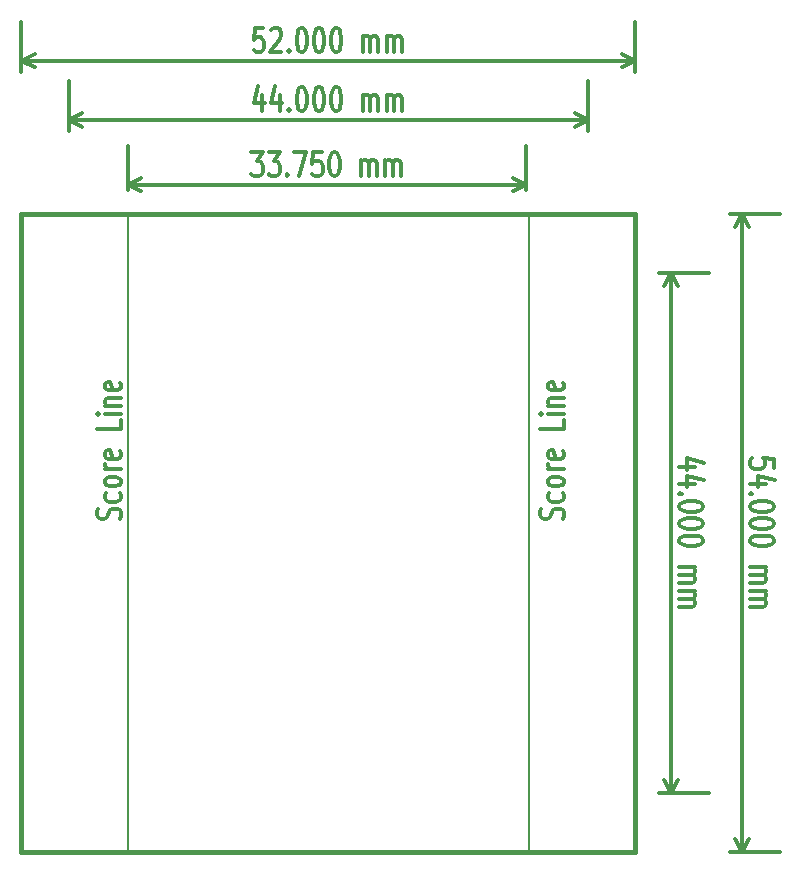
<source format=gbr>
G04 (created by PCBNEW (2013-mar-13)-testing) date Fri 19 Jul 2013 02:37:30 PM PDT*
%MOIN*%
G04 Gerber Fmt 3.4, Leading zero omitted, Abs format*
%FSLAX34Y34*%
G01*
G70*
G90*
G04 APERTURE LIST*
%ADD10C,0.005906*%
%ADD11C,0.012000*%
%ADD12C,0.006000*%
%ADD13C,0.015000*%
G04 APERTURE END LIST*
G54D10*
G54D11*
X92022Y-39560D02*
X92022Y-39275D01*
X91642Y-39246D01*
X91680Y-39275D01*
X91718Y-39332D01*
X91718Y-39475D01*
X91680Y-39532D01*
X91642Y-39560D01*
X91565Y-39589D01*
X91375Y-39589D01*
X91299Y-39560D01*
X91261Y-39532D01*
X91222Y-39475D01*
X91222Y-39332D01*
X91261Y-39275D01*
X91299Y-39246D01*
X91756Y-40103D02*
X91222Y-40103D01*
X92061Y-39960D02*
X91489Y-39817D01*
X91489Y-40189D01*
X91299Y-40417D02*
X91261Y-40446D01*
X91222Y-40417D01*
X91261Y-40389D01*
X91299Y-40417D01*
X91222Y-40417D01*
X92022Y-40817D02*
X92022Y-40875D01*
X91984Y-40932D01*
X91946Y-40960D01*
X91870Y-40989D01*
X91718Y-41017D01*
X91527Y-41017D01*
X91375Y-40989D01*
X91299Y-40960D01*
X91261Y-40932D01*
X91222Y-40875D01*
X91222Y-40817D01*
X91261Y-40760D01*
X91299Y-40732D01*
X91375Y-40703D01*
X91527Y-40675D01*
X91718Y-40675D01*
X91870Y-40703D01*
X91946Y-40732D01*
X91984Y-40760D01*
X92022Y-40817D01*
X92022Y-41389D02*
X92022Y-41446D01*
X91984Y-41503D01*
X91946Y-41532D01*
X91870Y-41560D01*
X91718Y-41589D01*
X91527Y-41589D01*
X91375Y-41560D01*
X91299Y-41532D01*
X91261Y-41503D01*
X91222Y-41446D01*
X91222Y-41389D01*
X91261Y-41332D01*
X91299Y-41303D01*
X91375Y-41275D01*
X91527Y-41246D01*
X91718Y-41246D01*
X91870Y-41275D01*
X91946Y-41303D01*
X91984Y-41332D01*
X92022Y-41389D01*
X92022Y-41960D02*
X92022Y-42017D01*
X91984Y-42075D01*
X91946Y-42103D01*
X91870Y-42132D01*
X91718Y-42160D01*
X91527Y-42160D01*
X91375Y-42132D01*
X91299Y-42103D01*
X91261Y-42075D01*
X91222Y-42017D01*
X91222Y-41960D01*
X91261Y-41903D01*
X91299Y-41875D01*
X91375Y-41846D01*
X91527Y-41817D01*
X91718Y-41817D01*
X91870Y-41846D01*
X91946Y-41875D01*
X91984Y-41903D01*
X92022Y-41960D01*
X91222Y-42875D02*
X91756Y-42875D01*
X91680Y-42875D02*
X91718Y-42903D01*
X91756Y-42960D01*
X91756Y-43046D01*
X91718Y-43103D01*
X91642Y-43132D01*
X91222Y-43132D01*
X91642Y-43132D02*
X91718Y-43160D01*
X91756Y-43217D01*
X91756Y-43303D01*
X91718Y-43360D01*
X91642Y-43389D01*
X91222Y-43389D01*
X91222Y-43675D02*
X91756Y-43675D01*
X91680Y-43675D02*
X91718Y-43703D01*
X91756Y-43760D01*
X91756Y-43846D01*
X91718Y-43903D01*
X91642Y-43932D01*
X91222Y-43932D01*
X91642Y-43932D02*
X91718Y-43960D01*
X91756Y-44017D01*
X91756Y-44103D01*
X91718Y-44160D01*
X91642Y-44189D01*
X91222Y-44189D01*
X90944Y-31102D02*
X90944Y-52362D01*
X90551Y-31102D02*
X92224Y-31102D01*
X90551Y-52362D02*
X92224Y-52362D01*
X90944Y-52362D02*
X90714Y-51918D01*
X90944Y-52362D02*
X91175Y-51918D01*
X90944Y-31102D02*
X90714Y-31545D01*
X90944Y-31102D02*
X91175Y-31545D01*
X89394Y-39532D02*
X88860Y-39532D01*
X89698Y-39389D02*
X89127Y-39246D01*
X89127Y-39617D01*
X89394Y-40103D02*
X88860Y-40103D01*
X89698Y-39960D02*
X89127Y-39817D01*
X89127Y-40189D01*
X88936Y-40417D02*
X88898Y-40446D01*
X88860Y-40417D01*
X88898Y-40389D01*
X88936Y-40417D01*
X88860Y-40417D01*
X89660Y-40817D02*
X89660Y-40875D01*
X89622Y-40932D01*
X89584Y-40960D01*
X89508Y-40989D01*
X89356Y-41017D01*
X89165Y-41017D01*
X89013Y-40989D01*
X88936Y-40960D01*
X88898Y-40932D01*
X88860Y-40875D01*
X88860Y-40817D01*
X88898Y-40760D01*
X88936Y-40732D01*
X89013Y-40703D01*
X89165Y-40675D01*
X89356Y-40675D01*
X89508Y-40703D01*
X89584Y-40732D01*
X89622Y-40760D01*
X89660Y-40817D01*
X89660Y-41389D02*
X89660Y-41446D01*
X89622Y-41503D01*
X89584Y-41532D01*
X89508Y-41560D01*
X89356Y-41589D01*
X89165Y-41589D01*
X89013Y-41560D01*
X88936Y-41532D01*
X88898Y-41503D01*
X88860Y-41446D01*
X88860Y-41389D01*
X88898Y-41332D01*
X88936Y-41303D01*
X89013Y-41275D01*
X89165Y-41246D01*
X89356Y-41246D01*
X89508Y-41275D01*
X89584Y-41303D01*
X89622Y-41332D01*
X89660Y-41389D01*
X89660Y-41960D02*
X89660Y-42017D01*
X89622Y-42075D01*
X89584Y-42103D01*
X89508Y-42132D01*
X89356Y-42160D01*
X89165Y-42160D01*
X89013Y-42132D01*
X88936Y-42103D01*
X88898Y-42075D01*
X88860Y-42017D01*
X88860Y-41960D01*
X88898Y-41903D01*
X88936Y-41875D01*
X89013Y-41846D01*
X89165Y-41817D01*
X89356Y-41817D01*
X89508Y-41846D01*
X89584Y-41875D01*
X89622Y-41903D01*
X89660Y-41960D01*
X88860Y-42875D02*
X89394Y-42875D01*
X89317Y-42875D02*
X89356Y-42903D01*
X89394Y-42960D01*
X89394Y-43046D01*
X89356Y-43103D01*
X89279Y-43132D01*
X88860Y-43132D01*
X89279Y-43132D02*
X89356Y-43160D01*
X89394Y-43217D01*
X89394Y-43303D01*
X89356Y-43360D01*
X89279Y-43389D01*
X88860Y-43389D01*
X88860Y-43675D02*
X89394Y-43675D01*
X89317Y-43675D02*
X89356Y-43703D01*
X89394Y-43760D01*
X89394Y-43846D01*
X89356Y-43903D01*
X89279Y-43932D01*
X88860Y-43932D01*
X89279Y-43932D02*
X89356Y-43960D01*
X89394Y-44017D01*
X89394Y-44103D01*
X89356Y-44160D01*
X89279Y-44189D01*
X88860Y-44189D01*
X88582Y-33070D02*
X88582Y-50393D01*
X88188Y-33070D02*
X89862Y-33070D01*
X88188Y-50393D02*
X89862Y-50393D01*
X88582Y-50393D02*
X88351Y-49950D01*
X88582Y-50393D02*
X88813Y-49950D01*
X88582Y-33070D02*
X88351Y-33514D01*
X88582Y-33070D02*
X88813Y-33514D01*
X74993Y-24906D02*
X74708Y-24906D01*
X74679Y-25287D01*
X74708Y-25249D01*
X74765Y-25210D01*
X74908Y-25210D01*
X74965Y-25249D01*
X74993Y-25287D01*
X75022Y-25363D01*
X75022Y-25553D01*
X74993Y-25629D01*
X74965Y-25668D01*
X74908Y-25706D01*
X74765Y-25706D01*
X74708Y-25668D01*
X74679Y-25629D01*
X75251Y-24982D02*
X75279Y-24944D01*
X75336Y-24906D01*
X75479Y-24906D01*
X75536Y-24944D01*
X75565Y-24982D01*
X75593Y-25058D01*
X75593Y-25134D01*
X75565Y-25249D01*
X75222Y-25706D01*
X75593Y-25706D01*
X75851Y-25629D02*
X75879Y-25668D01*
X75851Y-25706D01*
X75822Y-25668D01*
X75851Y-25629D01*
X75851Y-25706D01*
X76251Y-24906D02*
X76308Y-24906D01*
X76365Y-24944D01*
X76393Y-24982D01*
X76422Y-25058D01*
X76451Y-25210D01*
X76451Y-25401D01*
X76422Y-25553D01*
X76393Y-25629D01*
X76365Y-25668D01*
X76308Y-25706D01*
X76251Y-25706D01*
X76193Y-25668D01*
X76165Y-25629D01*
X76136Y-25553D01*
X76108Y-25401D01*
X76108Y-25210D01*
X76136Y-25058D01*
X76165Y-24982D01*
X76193Y-24944D01*
X76251Y-24906D01*
X76822Y-24906D02*
X76879Y-24906D01*
X76936Y-24944D01*
X76965Y-24982D01*
X76993Y-25058D01*
X77022Y-25210D01*
X77022Y-25401D01*
X76993Y-25553D01*
X76965Y-25629D01*
X76936Y-25668D01*
X76879Y-25706D01*
X76822Y-25706D01*
X76765Y-25668D01*
X76736Y-25629D01*
X76708Y-25553D01*
X76679Y-25401D01*
X76679Y-25210D01*
X76708Y-25058D01*
X76736Y-24982D01*
X76765Y-24944D01*
X76822Y-24906D01*
X77393Y-24906D02*
X77451Y-24906D01*
X77508Y-24944D01*
X77536Y-24982D01*
X77565Y-25058D01*
X77593Y-25210D01*
X77593Y-25401D01*
X77565Y-25553D01*
X77536Y-25629D01*
X77508Y-25668D01*
X77451Y-25706D01*
X77393Y-25706D01*
X77336Y-25668D01*
X77308Y-25629D01*
X77279Y-25553D01*
X77251Y-25401D01*
X77251Y-25210D01*
X77279Y-25058D01*
X77308Y-24982D01*
X77336Y-24944D01*
X77393Y-24906D01*
X78308Y-25706D02*
X78308Y-25172D01*
X78308Y-25249D02*
X78336Y-25210D01*
X78393Y-25172D01*
X78479Y-25172D01*
X78536Y-25210D01*
X78565Y-25287D01*
X78565Y-25706D01*
X78565Y-25287D02*
X78593Y-25210D01*
X78651Y-25172D01*
X78736Y-25172D01*
X78793Y-25210D01*
X78822Y-25287D01*
X78822Y-25706D01*
X79108Y-25706D02*
X79108Y-25172D01*
X79108Y-25249D02*
X79136Y-25210D01*
X79193Y-25172D01*
X79279Y-25172D01*
X79336Y-25210D01*
X79365Y-25287D01*
X79365Y-25706D01*
X79365Y-25287D02*
X79393Y-25210D01*
X79451Y-25172D01*
X79536Y-25172D01*
X79593Y-25210D01*
X79622Y-25287D01*
X79622Y-25706D01*
X66929Y-25984D02*
X87401Y-25984D01*
X66929Y-26377D02*
X66929Y-24704D01*
X87401Y-26377D02*
X87401Y-24704D01*
X87401Y-25984D02*
X86958Y-26215D01*
X87401Y-25984D02*
X86958Y-25753D01*
X66929Y-25984D02*
X67372Y-26215D01*
X66929Y-25984D02*
X67372Y-25753D01*
X74965Y-27141D02*
X74965Y-27674D01*
X74822Y-26836D02*
X74679Y-27407D01*
X75051Y-27407D01*
X75536Y-27141D02*
X75536Y-27674D01*
X75393Y-26836D02*
X75251Y-27407D01*
X75622Y-27407D01*
X75851Y-27598D02*
X75879Y-27636D01*
X75851Y-27674D01*
X75822Y-27636D01*
X75851Y-27598D01*
X75851Y-27674D01*
X76251Y-26874D02*
X76308Y-26874D01*
X76365Y-26912D01*
X76393Y-26950D01*
X76422Y-27027D01*
X76451Y-27179D01*
X76451Y-27369D01*
X76422Y-27522D01*
X76393Y-27598D01*
X76365Y-27636D01*
X76308Y-27674D01*
X76251Y-27674D01*
X76193Y-27636D01*
X76165Y-27598D01*
X76136Y-27522D01*
X76108Y-27369D01*
X76108Y-27179D01*
X76136Y-27027D01*
X76165Y-26950D01*
X76193Y-26912D01*
X76251Y-26874D01*
X76822Y-26874D02*
X76879Y-26874D01*
X76936Y-26912D01*
X76965Y-26950D01*
X76993Y-27027D01*
X77022Y-27179D01*
X77022Y-27369D01*
X76993Y-27522D01*
X76965Y-27598D01*
X76936Y-27636D01*
X76879Y-27674D01*
X76822Y-27674D01*
X76765Y-27636D01*
X76736Y-27598D01*
X76708Y-27522D01*
X76679Y-27369D01*
X76679Y-27179D01*
X76708Y-27027D01*
X76736Y-26950D01*
X76765Y-26912D01*
X76822Y-26874D01*
X77393Y-26874D02*
X77451Y-26874D01*
X77508Y-26912D01*
X77536Y-26950D01*
X77565Y-27027D01*
X77593Y-27179D01*
X77593Y-27369D01*
X77565Y-27522D01*
X77536Y-27598D01*
X77508Y-27636D01*
X77451Y-27674D01*
X77393Y-27674D01*
X77336Y-27636D01*
X77308Y-27598D01*
X77279Y-27522D01*
X77251Y-27369D01*
X77251Y-27179D01*
X77279Y-27027D01*
X77308Y-26950D01*
X77336Y-26912D01*
X77393Y-26874D01*
X78308Y-27674D02*
X78308Y-27141D01*
X78308Y-27217D02*
X78336Y-27179D01*
X78393Y-27141D01*
X78479Y-27141D01*
X78536Y-27179D01*
X78565Y-27255D01*
X78565Y-27674D01*
X78565Y-27255D02*
X78593Y-27179D01*
X78651Y-27141D01*
X78736Y-27141D01*
X78793Y-27179D01*
X78822Y-27255D01*
X78822Y-27674D01*
X79108Y-27674D02*
X79108Y-27141D01*
X79108Y-27217D02*
X79136Y-27179D01*
X79193Y-27141D01*
X79279Y-27141D01*
X79336Y-27179D01*
X79365Y-27255D01*
X79365Y-27674D01*
X79365Y-27255D02*
X79393Y-27179D01*
X79451Y-27141D01*
X79536Y-27141D01*
X79593Y-27179D01*
X79622Y-27255D01*
X79622Y-27674D01*
X68503Y-27952D02*
X85826Y-27952D01*
X68503Y-28346D02*
X68503Y-26672D01*
X85826Y-28346D02*
X85826Y-26672D01*
X85826Y-27952D02*
X85383Y-28183D01*
X85826Y-27952D02*
X85383Y-27721D01*
X68503Y-27952D02*
X68947Y-28183D01*
X68503Y-27952D02*
X68947Y-27721D01*
X74601Y-29040D02*
X74973Y-29040D01*
X74773Y-29344D01*
X74858Y-29344D01*
X74916Y-29382D01*
X74944Y-29420D01*
X74973Y-29497D01*
X74973Y-29687D01*
X74944Y-29763D01*
X74916Y-29801D01*
X74858Y-29840D01*
X74687Y-29840D01*
X74630Y-29801D01*
X74601Y-29763D01*
X75173Y-29040D02*
X75544Y-29040D01*
X75344Y-29344D01*
X75430Y-29344D01*
X75487Y-29382D01*
X75516Y-29420D01*
X75544Y-29497D01*
X75544Y-29687D01*
X75516Y-29763D01*
X75487Y-29801D01*
X75430Y-29840D01*
X75258Y-29840D01*
X75201Y-29801D01*
X75173Y-29763D01*
X75801Y-29763D02*
X75830Y-29801D01*
X75801Y-29840D01*
X75773Y-29801D01*
X75801Y-29763D01*
X75801Y-29840D01*
X76030Y-29040D02*
X76430Y-29040D01*
X76173Y-29840D01*
X76944Y-29040D02*
X76658Y-29040D01*
X76630Y-29420D01*
X76658Y-29382D01*
X76716Y-29344D01*
X76858Y-29344D01*
X76916Y-29382D01*
X76944Y-29420D01*
X76973Y-29497D01*
X76973Y-29687D01*
X76944Y-29763D01*
X76916Y-29801D01*
X76858Y-29840D01*
X76716Y-29840D01*
X76658Y-29801D01*
X76630Y-29763D01*
X77344Y-29040D02*
X77401Y-29040D01*
X77458Y-29078D01*
X77487Y-29116D01*
X77516Y-29192D01*
X77544Y-29344D01*
X77544Y-29535D01*
X77516Y-29687D01*
X77487Y-29763D01*
X77458Y-29801D01*
X77401Y-29840D01*
X77344Y-29840D01*
X77287Y-29801D01*
X77258Y-29763D01*
X77230Y-29687D01*
X77201Y-29535D01*
X77201Y-29344D01*
X77230Y-29192D01*
X77258Y-29116D01*
X77287Y-29078D01*
X77344Y-29040D01*
X78258Y-29840D02*
X78258Y-29306D01*
X78258Y-29382D02*
X78287Y-29344D01*
X78344Y-29306D01*
X78430Y-29306D01*
X78487Y-29344D01*
X78516Y-29420D01*
X78516Y-29840D01*
X78516Y-29420D02*
X78544Y-29344D01*
X78601Y-29306D01*
X78687Y-29306D01*
X78744Y-29344D01*
X78773Y-29420D01*
X78773Y-29840D01*
X79058Y-29840D02*
X79058Y-29306D01*
X79058Y-29382D02*
X79087Y-29344D01*
X79144Y-29306D01*
X79230Y-29306D01*
X79287Y-29344D01*
X79316Y-29420D01*
X79316Y-29840D01*
X79316Y-29420D02*
X79344Y-29344D01*
X79401Y-29306D01*
X79487Y-29306D01*
X79544Y-29344D01*
X79573Y-29420D01*
X79573Y-29840D01*
X70472Y-30118D02*
X83759Y-30118D01*
X70472Y-30314D02*
X70472Y-28838D01*
X83759Y-30314D02*
X83759Y-28838D01*
X83759Y-30118D02*
X83316Y-30348D01*
X83759Y-30118D02*
X83316Y-29887D01*
X70472Y-30118D02*
X70915Y-30348D01*
X70472Y-30118D02*
X70915Y-29887D01*
X70205Y-41262D02*
X70243Y-41176D01*
X70243Y-41033D01*
X70205Y-40976D01*
X70167Y-40947D01*
X70091Y-40919D01*
X70015Y-40919D01*
X69939Y-40947D01*
X69900Y-40976D01*
X69862Y-41033D01*
X69824Y-41147D01*
X69786Y-41204D01*
X69748Y-41233D01*
X69672Y-41262D01*
X69596Y-41262D01*
X69519Y-41233D01*
X69481Y-41204D01*
X69443Y-41147D01*
X69443Y-41004D01*
X69481Y-40919D01*
X70205Y-40404D02*
X70243Y-40462D01*
X70243Y-40576D01*
X70205Y-40633D01*
X70167Y-40662D01*
X70091Y-40690D01*
X69862Y-40690D01*
X69786Y-40662D01*
X69748Y-40633D01*
X69710Y-40576D01*
X69710Y-40462D01*
X69748Y-40404D01*
X70243Y-40062D02*
X70205Y-40119D01*
X70167Y-40147D01*
X70091Y-40176D01*
X69862Y-40176D01*
X69786Y-40147D01*
X69748Y-40119D01*
X69710Y-40062D01*
X69710Y-39976D01*
X69748Y-39919D01*
X69786Y-39890D01*
X69862Y-39862D01*
X70091Y-39862D01*
X70167Y-39890D01*
X70205Y-39919D01*
X70243Y-39976D01*
X70243Y-40062D01*
X70243Y-39604D02*
X69710Y-39604D01*
X69862Y-39604D02*
X69786Y-39576D01*
X69748Y-39547D01*
X69710Y-39490D01*
X69710Y-39433D01*
X70205Y-39004D02*
X70243Y-39062D01*
X70243Y-39176D01*
X70205Y-39233D01*
X70129Y-39262D01*
X69824Y-39262D01*
X69748Y-39233D01*
X69710Y-39176D01*
X69710Y-39062D01*
X69748Y-39004D01*
X69824Y-38976D01*
X69900Y-38976D01*
X69977Y-39262D01*
X70243Y-37976D02*
X70243Y-38262D01*
X69443Y-38262D01*
X70243Y-37776D02*
X69710Y-37776D01*
X69443Y-37776D02*
X69481Y-37804D01*
X69519Y-37776D01*
X69481Y-37747D01*
X69443Y-37776D01*
X69519Y-37776D01*
X69710Y-37490D02*
X70243Y-37490D01*
X69786Y-37490D02*
X69748Y-37462D01*
X69710Y-37404D01*
X69710Y-37319D01*
X69748Y-37262D01*
X69824Y-37233D01*
X70243Y-37233D01*
X70205Y-36719D02*
X70243Y-36776D01*
X70243Y-36890D01*
X70205Y-36947D01*
X70129Y-36976D01*
X69824Y-36976D01*
X69748Y-36947D01*
X69710Y-36890D01*
X69710Y-36776D01*
X69748Y-36719D01*
X69824Y-36690D01*
X69900Y-36690D01*
X69977Y-36976D01*
X84969Y-41262D02*
X85007Y-41176D01*
X85007Y-41033D01*
X84969Y-40976D01*
X84931Y-40947D01*
X84855Y-40919D01*
X84779Y-40919D01*
X84702Y-40947D01*
X84664Y-40976D01*
X84626Y-41033D01*
X84588Y-41147D01*
X84550Y-41204D01*
X84512Y-41233D01*
X84436Y-41262D01*
X84359Y-41262D01*
X84283Y-41233D01*
X84245Y-41204D01*
X84207Y-41147D01*
X84207Y-41004D01*
X84245Y-40919D01*
X84969Y-40404D02*
X85007Y-40462D01*
X85007Y-40576D01*
X84969Y-40633D01*
X84931Y-40662D01*
X84855Y-40690D01*
X84626Y-40690D01*
X84550Y-40662D01*
X84512Y-40633D01*
X84474Y-40576D01*
X84474Y-40462D01*
X84512Y-40404D01*
X85007Y-40062D02*
X84969Y-40119D01*
X84931Y-40147D01*
X84855Y-40176D01*
X84626Y-40176D01*
X84550Y-40147D01*
X84512Y-40119D01*
X84474Y-40062D01*
X84474Y-39976D01*
X84512Y-39919D01*
X84550Y-39890D01*
X84626Y-39862D01*
X84855Y-39862D01*
X84931Y-39890D01*
X84969Y-39919D01*
X85007Y-39976D01*
X85007Y-40062D01*
X85007Y-39604D02*
X84474Y-39604D01*
X84626Y-39604D02*
X84550Y-39576D01*
X84512Y-39547D01*
X84474Y-39490D01*
X84474Y-39433D01*
X84969Y-39004D02*
X85007Y-39062D01*
X85007Y-39176D01*
X84969Y-39233D01*
X84893Y-39262D01*
X84588Y-39262D01*
X84512Y-39233D01*
X84474Y-39176D01*
X84474Y-39062D01*
X84512Y-39004D01*
X84588Y-38976D01*
X84664Y-38976D01*
X84740Y-39262D01*
X85007Y-37976D02*
X85007Y-38262D01*
X84207Y-38262D01*
X85007Y-37776D02*
X84474Y-37776D01*
X84207Y-37776D02*
X84245Y-37804D01*
X84283Y-37776D01*
X84245Y-37747D01*
X84207Y-37776D01*
X84283Y-37776D01*
X84474Y-37490D02*
X85007Y-37490D01*
X84550Y-37490D02*
X84512Y-37462D01*
X84474Y-37404D01*
X84474Y-37319D01*
X84512Y-37262D01*
X84588Y-37233D01*
X85007Y-37233D01*
X84969Y-36719D02*
X85007Y-36776D01*
X85007Y-36890D01*
X84969Y-36947D01*
X84893Y-36976D01*
X84588Y-36976D01*
X84512Y-36947D01*
X84474Y-36890D01*
X84474Y-36776D01*
X84512Y-36719D01*
X84588Y-36690D01*
X84664Y-36690D01*
X84740Y-36976D01*
G54D12*
X70472Y-31102D02*
X70472Y-52362D01*
X83858Y-31102D02*
X83858Y-52362D01*
G54D13*
X87401Y-31102D02*
X87401Y-52362D01*
X66929Y-31102D02*
X87401Y-31102D01*
X66929Y-52362D02*
X66929Y-31102D01*
X87401Y-52362D02*
X66929Y-52362D01*
M02*

</source>
